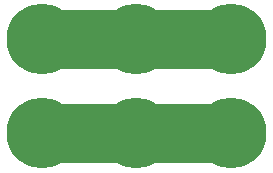
<source format=gbl>
%TF.GenerationSoftware,KiCad,Pcbnew,4.0.5-e0-6337~49~ubuntu16.04.1*%
%TF.CreationDate,2017-01-13T07:36:20-08:00*%
%TF.ProjectId,2x3-LED-TH-5mm-Pitch-Magnet,3278332D4C45442D54482D356D6D2D50,1.0*%
%TF.FileFunction,Copper,L2,Bot,Signal*%
%FSLAX46Y46*%
G04 Gerber Fmt 4.6, Leading zero omitted, Abs format (unit mm)*
G04 Created by KiCad (PCBNEW 4.0.5-e0-6337~49~ubuntu16.04.1) date Fri Jan 13 07:36:20 2017*
%MOMM*%
%LPD*%
G01*
G04 APERTURE LIST*
%ADD10C,0.350000*%
%ADD11C,5.000000*%
%ADD12C,2.000000*%
%ADD13C,1.900000*%
%ADD14C,6.000000*%
%ADD15C,0.350000*%
G04 APERTURE END LIST*
D10*
D11*
X157480000Y-93600000D02*
X141480000Y-93600000D01*
X157480000Y-101600000D02*
X141480000Y-101600000D01*
D12*
X153480000Y-95100000D03*
D13*
X153480000Y-100100000D03*
D14*
X141480000Y-101600000D03*
X141480000Y-93600000D03*
X157480000Y-93600000D03*
X157480000Y-101600000D03*
X149480000Y-93600000D03*
X149480000Y-101600000D03*
D15*
X153480000Y-95100000D03*
X153480000Y-100100000D03*
X141480000Y-101600000D03*
X141480000Y-93600000D03*
X157480000Y-93600000D03*
X157480000Y-101600000D03*
X149480000Y-93600000D03*
X149480000Y-101600000D03*
M02*

</source>
